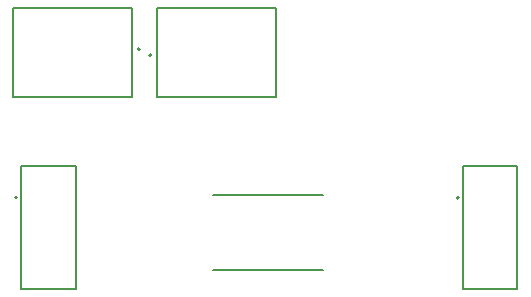
<source format=gbr>
%TF.GenerationSoftware,Altium Limited,Altium Designer,21.0.9 (235)*%
G04 Layer_Color=16711935*
%FSLAX45Y45*%
%MOMM*%
%TF.SameCoordinates,ED2B7B90-DC9C-465B-8049-FED9E851BE10*%
%TF.FilePolarity,Positive*%
%TF.FileFunction,Other,Mechanical_13*%
%TF.Part,Single*%
G01*
G75*
%TA.AperFunction,NonConductor*%
%ADD47C,0.20000*%
%ADD48C,0.12700*%
%ADD50C,0.15240*%
D47*
X1519107Y3205682D02*
G03*
X1519107Y3205682I-10000J0D01*
G01*
X4121200Y2000381D02*
G03*
X4121200Y2000381I-10000J0D01*
G01*
X381705Y2000380D02*
G03*
X381705Y2000380I-10000J0D01*
G01*
X1419203Y3255679D02*
G03*
X1419203Y3255679I-10000J0D01*
G01*
D48*
X1569105Y2855681D02*
Y3605682D01*
Y2855681D02*
X2569108D01*
Y3605682D01*
X1569105D02*
X2569108D01*
X4156700Y1225382D02*
Y2265385D01*
Y1225382D02*
X4616699D01*
Y2265385D01*
X4156700D02*
X4616699D01*
X417205Y1225382D02*
Y2265380D01*
Y1225382D02*
X877204D01*
Y2265380D01*
X417205D02*
X877204D01*
X1349202Y2855681D02*
Y3605682D01*
X349204D02*
X1349202D01*
X349204Y2855681D02*
Y3605682D01*
Y2855681D02*
X1349202D01*
D50*
X2040702Y1388781D02*
X2967700D01*
X2040702Y2023781D02*
X2967700D01*
%TF.MD5,119c2cd71ad6ea0df1d832b125ac1ae4*%
M02*

</source>
